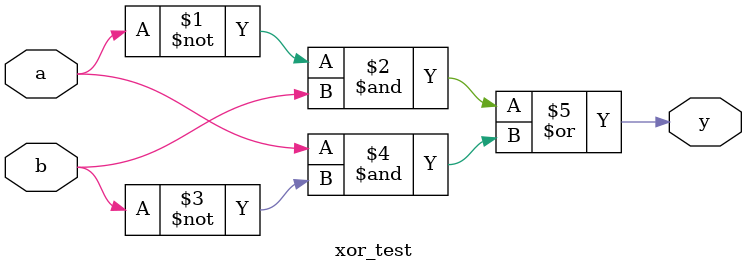
<source format=v>
/*
 * Generated by Digital. Don't modify this file!
 * Any changes will be lost if this file is regenerated.
 */

module xor_test (
  input a,
  input b,
  output y
);
  assign y = ((~ a & b) | (a & ~ b));
endmodule

</source>
